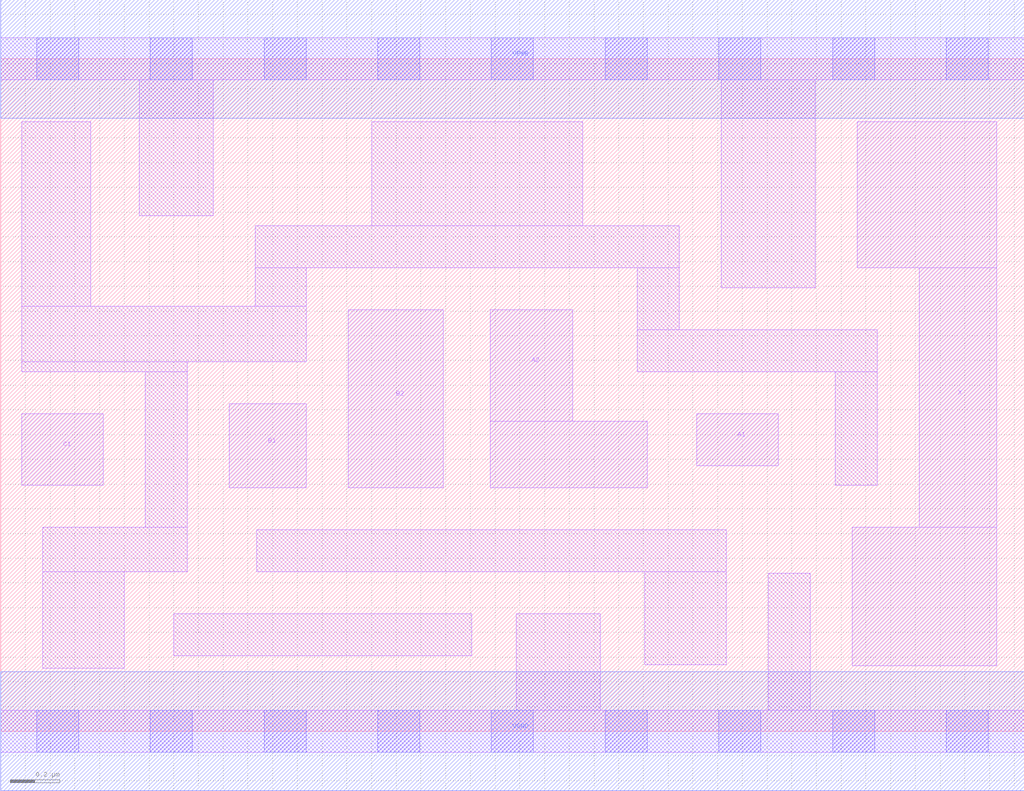
<source format=lef>
# Copyright 2020 The SkyWater PDK Authors
#
# Licensed under the Apache License, Version 2.0 (the "License");
# you may not use this file except in compliance with the License.
# You may obtain a copy of the License at
#
#     https://www.apache.org/licenses/LICENSE-2.0
#
# Unless required by applicable law or agreed to in writing, software
# distributed under the License is distributed on an "AS IS" BASIS,
# WITHOUT WARRANTIES OR CONDITIONS OF ANY KIND, either express or implied.
# See the License for the specific language governing permissions and
# limitations under the License.
#
# SPDX-License-Identifier: Apache-2.0

VERSION 5.7 ;
  NOWIREEXTENSIONATPIN ON ;
  DIVIDERCHAR "/" ;
  BUSBITCHARS "[]" ;
UNITS
  DATABASE MICRONS 200 ;
END UNITS
PROPERTYDEFINITIONS
  MACRO maskLayoutSubType STRING ;
  MACRO prCellType STRING ;
  MACRO originalViewName STRING ;
END PROPERTYDEFINITIONS
MACRO sky130_fd_sc_hdll__o221a_1
  CLASS CORE ;
  FOREIGN sky130_fd_sc_hdll__o221a_1 ;
  ORIGIN  0.000000  0.000000 ;
  SIZE  4.140000 BY  2.720000 ;
  SYMMETRY X Y R90 ;
  SITE unithd ;
  PIN A1
    ANTENNAGATEAREA  0.277500 ;
    DIRECTION INPUT ;
    USE SIGNAL ;
    PORT
      LAYER li1 ;
        RECT 2.815000 1.075000 3.145000 1.285000 ;
    END
  END A1
  PIN A2
    ANTENNAGATEAREA  0.277500 ;
    DIRECTION INPUT ;
    USE SIGNAL ;
    PORT
      LAYER li1 ;
        RECT 1.980000 0.985000 2.615000 1.255000 ;
        RECT 1.980000 1.255000 2.315000 1.705000 ;
    END
  END A2
  PIN B1
    ANTENNAGATEAREA  0.277500 ;
    DIRECTION INPUT ;
    USE SIGNAL ;
    PORT
      LAYER li1 ;
        RECT 0.925000 0.985000 1.235000 1.325000 ;
    END
  END B1
  PIN B2
    ANTENNAGATEAREA  0.277500 ;
    DIRECTION INPUT ;
    USE SIGNAL ;
    PORT
      LAYER li1 ;
        RECT 1.405000 0.985000 1.790000 1.705000 ;
    END
  END B2
  PIN C1
    ANTENNAGATEAREA  0.277500 ;
    DIRECTION INPUT ;
    USE SIGNAL ;
    PORT
      LAYER li1 ;
        RECT 0.085000 0.995000 0.415000 1.285000 ;
    END
  END C1
  PIN X
    ANTENNADIFFAREA  0.504500 ;
    DIRECTION OUTPUT ;
    USE SIGNAL ;
    PORT
      LAYER li1 ;
        RECT 3.445000 0.265000 4.030000 0.825000 ;
        RECT 3.465000 1.875000 4.030000 2.465000 ;
        RECT 3.715000 0.825000 4.030000 1.875000 ;
    END
  END X
  PIN VGND
    DIRECTION INOUT ;
    USE GROUND ;
    PORT
      LAYER met1 ;
        RECT 0.000000 -0.240000 4.140000 0.240000 ;
    END
  END VGND
  PIN VPWR
    DIRECTION INOUT ;
    USE POWER ;
    PORT
      LAYER met1 ;
        RECT 0.000000 2.480000 4.140000 2.960000 ;
    END
  END VPWR
  OBS
    LAYER li1 ;
      RECT 0.000000 -0.085000 4.140000 0.085000 ;
      RECT 0.000000  2.635000 4.140000 2.805000 ;
      RECT 0.085000  1.455000 0.755000 1.495000 ;
      RECT 0.085000  1.495000 1.235000 1.720000 ;
      RECT 0.085000  1.720000 0.365000 2.465000 ;
      RECT 0.170000  0.255000 0.500000 0.645000 ;
      RECT 0.170000  0.645000 0.755000 0.825000 ;
      RECT 0.560000  2.085000 0.860000 2.635000 ;
      RECT 0.585000  0.825000 0.755000 1.455000 ;
      RECT 0.700000  0.305000 1.905000 0.475000 ;
      RECT 1.030000  1.720000 1.235000 1.875000 ;
      RECT 1.030000  1.875000 2.745000 2.045000 ;
      RECT 1.035000  0.645000 2.935000 0.815000 ;
      RECT 1.500000  2.045000 2.355000 2.465000 ;
      RECT 2.085000  0.085000 2.425000 0.475000 ;
      RECT 2.575000  1.455000 3.545000 1.625000 ;
      RECT 2.575000  1.625000 2.745000 1.875000 ;
      RECT 2.605000  0.270000 2.935000 0.645000 ;
      RECT 2.915000  1.795000 3.295000 2.635000 ;
      RECT 3.105000  0.085000 3.275000 0.640000 ;
      RECT 3.375000  0.995000 3.545000 1.455000 ;
    LAYER mcon ;
      RECT 0.145000 -0.085000 0.315000 0.085000 ;
      RECT 0.145000  2.635000 0.315000 2.805000 ;
      RECT 0.605000 -0.085000 0.775000 0.085000 ;
      RECT 0.605000  2.635000 0.775000 2.805000 ;
      RECT 1.065000 -0.085000 1.235000 0.085000 ;
      RECT 1.065000  2.635000 1.235000 2.805000 ;
      RECT 1.525000 -0.085000 1.695000 0.085000 ;
      RECT 1.525000  2.635000 1.695000 2.805000 ;
      RECT 1.985000 -0.085000 2.155000 0.085000 ;
      RECT 1.985000  2.635000 2.155000 2.805000 ;
      RECT 2.445000 -0.085000 2.615000 0.085000 ;
      RECT 2.445000  2.635000 2.615000 2.805000 ;
      RECT 2.905000 -0.085000 3.075000 0.085000 ;
      RECT 2.905000  2.635000 3.075000 2.805000 ;
      RECT 3.365000 -0.085000 3.535000 0.085000 ;
      RECT 3.365000  2.635000 3.535000 2.805000 ;
      RECT 3.825000 -0.085000 3.995000 0.085000 ;
      RECT 3.825000  2.635000 3.995000 2.805000 ;
  END
  PROPERTY maskLayoutSubType "abstract" ;
  PROPERTY prCellType "standard" ;
  PROPERTY originalViewName "layout" ;
END sky130_fd_sc_hdll__o221a_1
END LIBRARY

</source>
